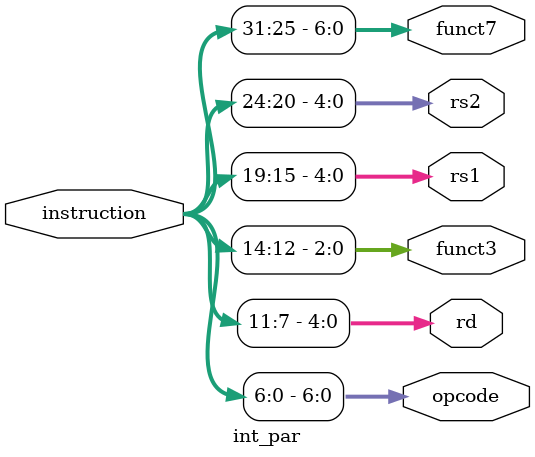
<source format=v>
module int_par
(
	
	input [31:0] instruction,
	output reg [6:0] opcode,
	output reg [4:0] rd,
	output reg [2:0] funct3,
	output reg [4:0] rs1,
	output reg [4:0] rs2,
	output reg [6:0] funct7
);

	always @ (instruction)
		begin
		
		opcode = instruction[6:0]; 
		rd = instruction[11:7];
		funct3 = instruction[14:12];
		rs1 = instruction[19:15];
		rs2 = instruction[24:20];
		funct7 = instruction[31:25];
		
		end
		
endmodule
</source>
